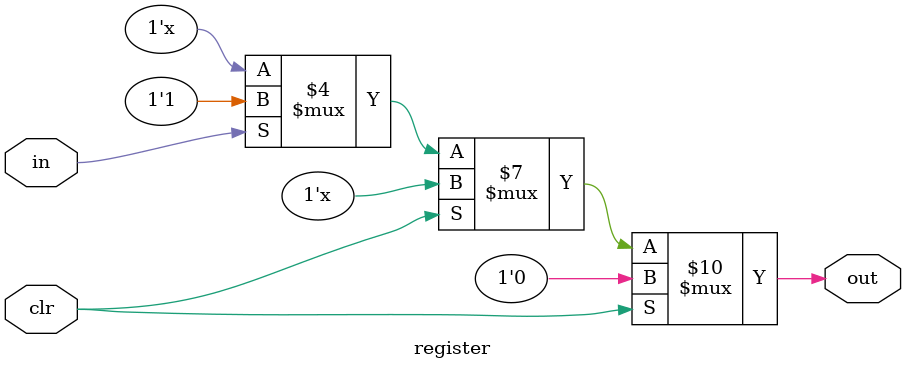
<source format=v>
module register (
    input in,
    input clr,
    output reg out
);
    initial begin
        out = 0;
    end
    
    always @(*) begin
        if (clr)
            out = 0;
        else if (in)
            out = 1;
    end

endmodule
</source>
